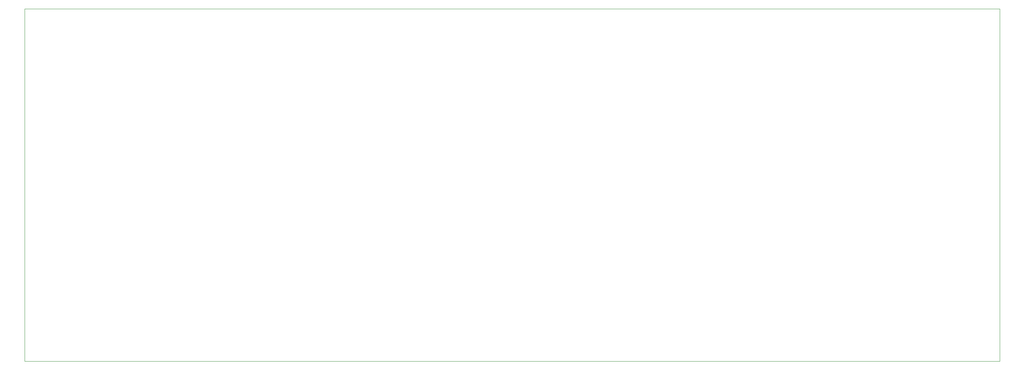
<source format=gbr>
%TF.GenerationSoftware,KiCad,Pcbnew,5.1.6-c6e7f7d~87~ubuntu20.04.1*%
%TF.CreationDate,2020-09-03T23:23:25-04:00*%
%TF.ProjectId,Nixie_Clk_Mother,4e697869-655f-4436-9c6b-5f4d6f746865,rev?*%
%TF.SameCoordinates,Original*%
%TF.FileFunction,Profile,NP*%
%FSLAX46Y46*%
G04 Gerber Fmt 4.6, Leading zero omitted, Abs format (unit mm)*
G04 Created by KiCad (PCBNEW 5.1.6-c6e7f7d~87~ubuntu20.04.1) date 2020-09-03 23:23:25*
%MOMM*%
%LPD*%
G01*
G04 APERTURE LIST*
%TA.AperFunction,Profile*%
%ADD10C,0.050000*%
%TD*%
G04 APERTURE END LIST*
D10*
X37592000Y-100076000D02*
X37592000Y-99568000D01*
X37592000Y-106680000D02*
X37592000Y-100076000D01*
X262128000Y-106680000D02*
X37592000Y-106680000D01*
X262128000Y-25400000D02*
X262128000Y-106680000D01*
X37592000Y-25400000D02*
X262128000Y-25400000D01*
X37592000Y-99568000D02*
X37592000Y-25400000D01*
M02*

</source>
